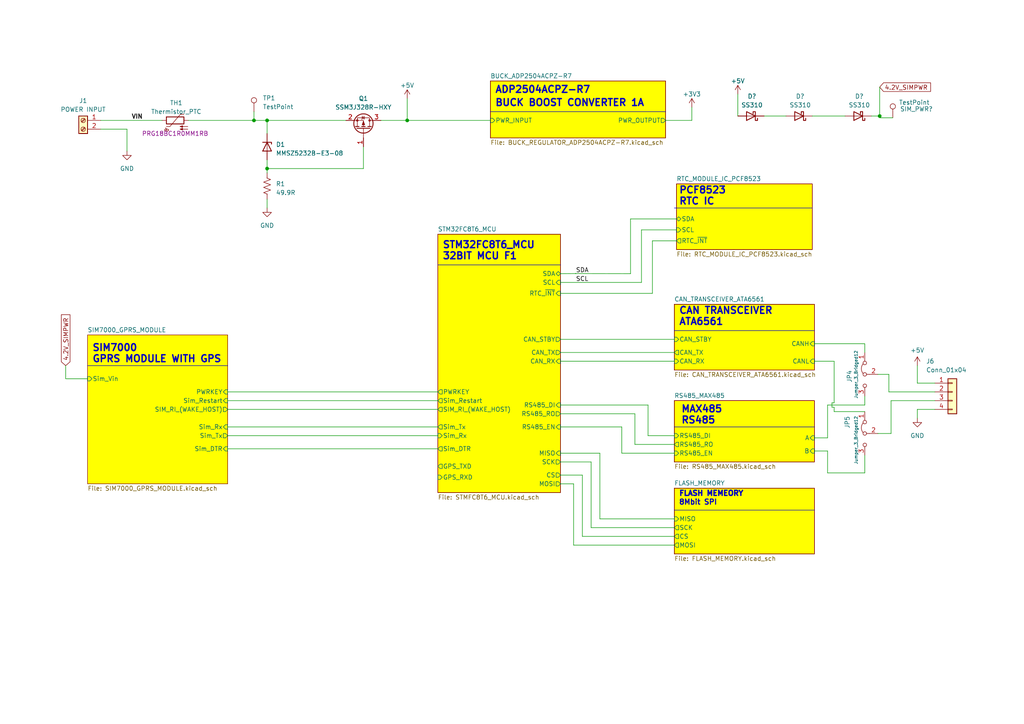
<source format=kicad_sch>
(kicad_sch (version 20230121) (generator eeschema)
  (paper "A4")
  (title_block (title "BIM BOARD") (date "2023-12-06") (rev "REV 2.0.0") (company "GEVITON") (comment 2 "Reviewed by: Timothy Kyalo") (comment 3 "Designed By: Robert Mutura") (comment 4 "BIM BOARD"))
  (lib_symbols
    (symbol "Connector:Screw_Terminal_01x02" (pin_names (offset 1.016) hide)
      (property "Reference" "J" (at 0 2.54 0))
      (property "Value" "Screw_Terminal_01x02" (at 0 -5.08 0))
      (symbol "Screw_Terminal_01x02_1_1"
        (rectangle (start -1.27 1.27) (end 1.27 -3.81) (stroke (width 0.254)) (fill (type background)))
        (circle (center 0 -2.54) (radius 0.635) (stroke (width 0.1524)))
        (polyline (pts (xy -0.5334 -2.2098) (xy 0.3302 -3.048)) (stroke (width 0.1524)))
        (polyline (pts (xy -0.5334 0.3302) (xy 0.3302 -0.508)) (stroke (width 0.1524)))
        (polyline (pts (xy -0.3556 -2.032) (xy 0.508 -2.8702)) (stroke (width 0.1524)))
        (polyline (pts (xy -0.3556 0.508) (xy 0.508 -0.3302)) (stroke (width 0.1524)))
        (circle (center 0 0) (radius 0.635) (stroke (width 0.1524)))
        (pin passive line (at -5.08 0 0) (length 3.81) (name "Pin_1") (number "1"))
        (pin passive line (at -5.08 -2.54 0) (length 3.81) (name "Pin_2") (number "2"))
      )
    )
    (symbol "Connector:TestPoint" (pin_numbers hide) (pin_names (offset 0.762) hide)
      (property "Reference" "TP" (at 0 6.858 0))
      (property "Value" "TestPoint" (at 0 5.08 0))
      (symbol "TestPoint_0_1"
        (circle (center 0 3.302) (radius 0.762))
      )
      (symbol "TestPoint_1_1"
        (pin passive line (at 0 0 90) (length 2.54) (name "1") (number "1"))
      )
    )
    (symbol "Connector_Generic:Conn_01x04" (pin_names (offset 1.016) hide)
      (property "Reference" "J" (at 0 5.08 0))
      (property "Value" "Conn_01x04" (at 0 -7.62 0))
      (symbol "Conn_01x04_1_1"
        (rectangle (start -1.27 -4.953) (end 0 -5.207) (stroke (width 0.1524)))
        (rectangle (start -1.27 -2.413) (end 0 -2.667) (stroke (width 0.1524)))
        (rectangle (start -1.27 0.127) (end 0 -0.127) (stroke (width 0.1524)))
        (rectangle (start -1.27 2.667) (end 0 2.413) (stroke (width 0.1524)))
        (rectangle (start -1.27 3.81) (end 1.27 -6.35) (stroke (width 0.254)) (fill (type background)))
        (pin passive line (at -5.08 2.54 0) (length 3.81) (name "Pin_1") (number "1"))
        (pin passive line (at -5.08 0 0) (length 3.81) (name "Pin_2") (number "2"))
        (pin passive line (at -5.08 -2.54 0) (length 3.81) (name "Pin_3") (number "3"))
        (pin passive line (at -5.08 -5.08 0) (length 3.81) (name "Pin_4") (number "4"))
      )
    )
    (symbol "Device:D_Schottky" (pin_numbers hide) (pin_names (offset 1.016) hide)
      (property "Reference" "D" (at 0 2.54 0))
      (property "Value" "D_Schottky" (at 0 -2.54 0))
      (symbol "D_Schottky_0_1"
        (polyline (pts (xy 1.27 0) (xy -1.27 0)))
        (polyline (pts (xy 1.27 1.27) (xy 1.27 -1.27) (xy -1.27 0) (xy 1.27 1.27)) (stroke (width 0.254)))
        (polyline (pts (xy -1.905 0.635) (xy -1.905 1.27) (xy -1.27 1.27) (xy -1.27 -1.27) (xy -0.635 -1.27) (xy -0.635 -0.635)) (stroke (width 0.254)))
      )
      (symbol "D_Schottky_1_1"
        (pin passive line (at -3.81 0 0) (length 2.54) (name "K") (number "1"))
        (pin passive line (at 3.81 0 180) (length 2.54) (name "A") (number "2"))
      )
    )
    (symbol "Device:Q_PMOS_GSD" (pin_names (offset 0) hide)
      (property "Reference" "Q" (at 5.08 1.27 0))
      (property "Value" "Q_PMOS_GSD" (at 5.08 -1.27 0))
      (symbol "Q_PMOS_GSD_0_1"
        (polyline (pts (xy 0.254 0) (xy -2.54 0)))
        (polyline (pts (xy 0.254 1.905) (xy 0.254 -1.905)) (stroke (width 0.254)))
        (polyline (pts (xy 0.762 -1.27) (xy 0.762 -2.286)) (stroke (width 0.254)))
        (polyline (pts (xy 0.762 0.508) (xy 0.762 -0.508)) (stroke (width 0.254)))
        (polyline (pts (xy 0.762 2.286) (xy 0.762 1.27)) (stroke (width 0.254)))
        (polyline (pts (xy 2.54 2.54) (xy 2.54 1.778)))
        (polyline (pts (xy 2.54 -2.54) (xy 2.54 0) (xy 0.762 0)))
        (polyline (pts (xy 0.762 1.778) (xy 3.302 1.778) (xy 3.302 -1.778) (xy 0.762 -1.778)))
        (polyline (pts (xy 2.286 0) (xy 1.27 0.381) (xy 1.27 -0.381) (xy 2.286 0)) (fill (type outline)))
        (polyline (pts (xy 2.794 -0.508) (xy 2.921 -0.381) (xy 3.683 -0.381) (xy 3.81 -0.254)))
        (polyline (pts (xy 3.302 -0.381) (xy 2.921 0.254) (xy 3.683 0.254) (xy 3.302 -0.381)))
        (circle (center 1.651 0) (radius 2.794) (stroke (width 0.254)))
        (circle (center 2.54 -1.778) (radius 0.254) (fill (type outline)))
        (circle (center 2.54 1.778) (radius 0.254) (fill (type outline)))
      )
      (symbol "Q_PMOS_GSD_1_1"
        (pin input line (at -5.08 0 0) (length 2.54) (name "G") (number "1"))
        (pin passive line (at 2.54 -5.08 90) (length 2.54) (name "S") (number "2"))
        (pin passive line (at 2.54 5.08 270) (length 2.54) (name "D") (number "3"))
      )
    )
    (symbol "Device:R_US" (pin_numbers hide) (pin_names (offset 0))
      (property "Reference" "R" (at 2.54 0 90))
      (property "Value" "R_US" (at -2.54 0 90))
      (symbol "R_US_0_1"
        (polyline (pts (xy 0 -2.286) (xy 0 -2.54)))
        (polyline (pts (xy 0 2.286) (xy 0 2.54)))
        (polyline (pts (xy 0 -0.762) (xy 1.016 -1.143) (xy 0 -1.524) (xy -1.016 -1.905) (xy 0 -2.286)))
        (polyline (pts (xy 0 0.762) (xy 1.016 0.381) (xy 0 0) (xy -1.016 -0.381) (xy 0 -0.762)))
        (polyline (pts (xy 0 2.286) (xy 1.016 1.905) (xy 0 1.524) (xy -1.016 1.143) (xy 0 0.762)))
      )
      (symbol "R_US_1_1"
        (pin passive line (at 0 3.81 270) (length 1.27) (name "~") (number "1"))
        (pin passive line (at 0 -3.81 90) (length 1.27) (name "~") (number "2"))
      )
    )
    (symbol "Device:Thermistor_PTC" (pin_numbers hide) (pin_names (offset 0))
      (property "Reference" "TH" (at -4.064 0 90))
      (property "Value" "Thermistor_PTC" (at 3.048 0 90))
      (symbol "Thermistor_PTC_0_1"
        (arc (start -3.048 2.159) (mid -3.0495 2.3143) (end -3.175 2.413))
        (arc (start -3.048 2.159) (mid -2.9736 1.9794) (end -2.794 1.905))
        (arc (start -3.048 2.794) (mid -2.9736 2.6144) (end -2.794 2.54))
        (arc (start -2.794 1.905) (mid -2.6144 1.9794) (end -2.54 2.159))
        (arc (start -2.794 2.54) (mid -2.4393 2.5587) (end -2.159 2.794))
        (arc (start -2.794 3.048) (mid -2.9736 2.9736) (end -3.048 2.794))
        (arc (start -2.54 2.794) (mid -2.6144 2.9736) (end -2.794 3.048))
        (rectangle (start -1.016 2.54) (end 1.016 -2.54) (stroke (width 0.254)))
        (polyline (pts (xy -2.54 2.159) (xy -2.54 2.794)))
        (polyline (pts (xy -1.778 2.54) (xy -1.778 1.524) (xy 1.778 -1.524) (xy 1.778 -2.54)))
        (polyline (pts (xy -2.54 -3.683) (xy -2.54 -1.397) (xy -2.794 -2.159) (xy -2.286 -2.159) (xy -2.54 -1.397) (xy -2.54 -1.651)) (fill (type outline)))
        (polyline (pts (xy -1.778 -3.683) (xy -1.778 -1.397) (xy -2.032 -2.159) (xy -1.524 -2.159) (xy -1.778 -1.397) (xy -1.778 -1.651)) (fill (type outline)))
      )
      (symbol "Thermistor_PTC_1_1"
        (pin passive line (at 0 3.81 270) (length 1.27) (name "~") (number "1"))
        (pin passive line (at 0 -3.81 90) (length 1.27) (name "~") (number "2"))
      )
    )
    (symbol "Diode:BZV55C10" (pin_numbers hide) (pin_names hide)
      (property "Reference" "D" (at 0 2.54 0))
      (property "Value" "BZV55C10" (at 0 -2.54 0))
      (symbol "BZV55C10_0_1"
        (polyline (pts (xy 1.27 0) (xy -1.27 0)))
        (polyline (pts (xy -1.27 -1.27) (xy -1.27 1.27) (xy -0.762 1.27)) (stroke (width 0.254)))
        (polyline (pts (xy 1.27 -1.27) (xy 1.27 1.27) (xy -1.27 0) (xy 1.27 -1.27)) (stroke (width 0.254)))
      )
      (symbol "BZV55C10_1_1"
        (pin passive line (at -3.81 0 0) (length 2.54) (name "K") (number "1"))
        (pin passive line (at 3.81 0 180) (length 2.54) (name "A") (number "2"))
      )
    )
    (symbol "Jumper:Jumper_3_Bridged12" (pin_names (offset 0) hide)
      (property "Reference" "JP" (at -2.54 -2.54 0))
      (property "Value" "Jumper_3_Bridged12" (at 0 2.794 0))
      (symbol "Jumper_3_Bridged12_0_0"
        (circle (center -3.302 0) (radius 0.508))
        (circle (center 0 0) (radius 0.508))
        (circle (center 3.302 0) (radius 0.508))
      )
      (symbol "Jumper_3_Bridged12_0_1"
        (arc (start -0.254 0.508) (mid -1.651 0.9912) (end -3.048 0.508))
        (polyline (pts (xy 0 -1.27) (xy 0 -0.508)))
      )
      (symbol "Jumper_3_Bridged12_1_1"
        (pin passive line (at -6.35 0 0) (length 2.54) (name "A") (number "1"))
        (pin passive line (at 0 -3.81 90) (length 2.54) (name "C") (number "2"))
        (pin passive line (at 6.35 0 180) (length 2.54) (name "B") (number "3"))
      )
    )
    (symbol "power:+3V3" (power) (pin_names (offset 0))
      (property "Value" "+3V3" (at 0 3.556 0))
      (symbol "+3V3_0_1"
        (polyline (pts (xy -0.762 1.27) (xy 0 2.54)))
        (polyline (pts (xy 0 0) (xy 0 2.54)))
        (polyline (pts (xy 0 2.54) (xy 0.762 1.27)))
      )
      (symbol "+3V3_1_1"
        (pin power_in line (at 0 0 90) (length 0) hide (name "+3V3") (number "1"))
      )
    )
    (symbol "power:+5V" (power) (pin_names (offset 0))
      (property "Value" "+5V" (at 0 3.556 0))
      (symbol "+5V_0_1"
        (polyline (pts (xy -0.762 1.27) (xy 0 2.54)))
        (polyline (pts (xy 0 0) (xy 0 2.54)))
        (polyline (pts (xy 0 2.54) (xy 0.762 1.27)))
      )
      (symbol "+5V_1_1"
        (pin power_in line (at 0 0 90) (length 0) hide (name "+5V") (number "1"))
      )
    )
    (symbol "power:GND" (power) (pin_names (offset 0))
      (property "Value" "GND" (at 0 -3.81 0))
      (symbol "GND_0_1"
        (polyline (pts (xy 0 0) (xy 0 -1.27) (xy 1.27 -1.27) (xy 0 -2.54) (xy -1.27 -1.27) (xy 0 -1.27)))
      )
      (symbol "GND_1_1"
        (pin power_in line (at 0 0 270) (length 0) hide (name "GND") (number "1"))
      )
    )
  )
  (junction (at 73.66 34.925))
  (junction (at 118.11 34.925))
  (junction (at 77.47 34.925))
  (junction (at 255.143 33.655))
  (junction (at 77.47 48.895))
  (wire (pts (xy 240.03 127) (xy 236.22 127)))
  (wire (pts (xy 167.005 79.3412) (xy 166.9257 79.3412)))
  (wire (pts (xy 266.065 118.745) (xy 271.145 118.745)))
  (wire (pts (xy 162.56 104.775) (xy 195.58 104.775)))
  (wire (pts (xy 162.56 137.795) (xy 168.91 137.795)))
  (wire (pts (xy 66.04 113.665) (xy 127 113.665)))
  (wire (pts (xy 19.05 106.045) (xy 19.05 109.855)))
  (wire (pts (xy 77.47 57.785) (xy 77.47 60.325)))
  (wire (pts (xy 66.04 116.205) (xy 127 116.205)))
  (wire (pts (xy 250.825 114.935) (xy 250.825 117.475)))
  (wire (pts (xy 54.61 34.925) (xy 73.66 34.925)))
  (wire (pts (xy 167.005 79.375) (xy 167.005 79.3412)))
  (wire (pts (xy 255.143 34.163) (xy 255.143 33.655)))
  (wire (pts (xy 182.88 79.375) (xy 182.88 63.5)))
  (wire (pts (xy 266.065 121.285) (xy 266.065 118.745)))
  (wire (pts (xy 162.56 102.235) (xy 195.58 102.235)))
  (wire (pts (xy 241.935 119.38) (xy 241.935 118.11)))
  (wire (pts (xy 171.45 133.985) (xy 171.45 153.035)))
  (wire (pts (xy 258.445 116.205) (xy 271.145 116.205)))
  (wire (pts (xy 186.055 66.675) (xy 186.055 81.915)))
  (wire (pts (xy 29.21 34.925) (xy 46.99 34.925)))
  (wire (pts (xy 187.96 117.475) (xy 187.96 126.365)))
  (wire (pts (xy 241.935 104.775) (xy 241.935 116.84)))
  (wire (pts (xy 173.99 150.495) (xy 195.58 150.495)))
  (wire (pts (xy 180.34 123.825) (xy 180.34 131.445)))
  (wire (pts (xy 162.56 140.335) (xy 166.37 140.335)))
  (wire (pts (xy 36.83 43.815) (xy 36.83 37.465)))
  (wire (pts (xy 184.15 128.905) (xy 184.15 120.015)))
  (wire (pts (xy 118.11 28.575) (xy 118.11 34.925)))
  (wire (pts (xy 266.065 111.125) (xy 271.145 111.125)))
  (wire (pts (xy 166.37 140.335) (xy 166.37 158.115)))
  (wire (pts (xy 110.49 34.925) (xy 118.11 34.925)))
  (wire (pts (xy 118.11 34.925) (xy 142.24 34.925)))
  (wire (pts (xy 187.96 126.365) (xy 195.58 126.365)))
  (wire (pts (xy 77.47 48.895) (xy 77.47 50.165)))
  (wire (pts (xy 168.91 137.795) (xy 168.91 155.575)))
  (wire (pts (xy 257.81 108.585) (xy 254.635 108.585)))
  (wire (pts (xy 250.825 132.08) (xy 250.825 137.16)))
  (wire (pts (xy 66.04 118.745) (xy 127 118.745)))
  (wire (pts (xy 241.3 116.84) (xy 241.935 116.84)))
  (wire (pts (xy 19.05 109.855) (xy 25.4 109.855)))
  (polyline (pts (xy 195.58 60.325) (xy 235.585 60.325)))
  (wire (pts (xy 189.23 69.85) (xy 196.215 69.85)))
  (wire (pts (xy 257.81 113.665) (xy 257.81 108.585)))
  (wire (pts (xy 195.58 128.905) (xy 184.15 128.905)))
  (wire (pts (xy 66.04 126.365) (xy 127 126.365)))
  (wire (pts (xy 196.215 66.675) (xy 186.055 66.675)))
  (wire (pts (xy 250.825 119.38) (xy 241.935 119.38)))
  (wire (pts (xy 236.22 104.775) (xy 241.935 104.775)))
  (wire (pts (xy 240.03 137.16) (xy 240.03 130.81)))
  (polyline (pts (xy 195.58 95.885) (xy 236.22 95.885)))
  (wire (pts (xy 266.065 106.045) (xy 266.065 111.125)))
  (wire (pts (xy 77.47 34.925) (xy 77.47 38.735)))
  (wire (pts (xy 213.995 27.305) (xy 213.995 33.655)))
  (wire (pts (xy 77.47 34.925) (xy 100.33 34.925)))
  (wire (pts (xy 200.66 31.115) (xy 200.66 34.925)))
  (wire (pts (xy 77.47 48.895) (xy 105.41 48.895)))
  (wire (pts (xy 73.66 34.925) (xy 77.47 34.925)))
  (wire (pts (xy 240.03 130.81) (xy 236.22 130.81)))
  (wire (pts (xy 162.56 79.375) (xy 166.9257 79.3412)))
  (wire (pts (xy 245.11 33.655) (xy 235.585 33.655)))
  (wire (pts (xy 162.56 131.445) (xy 173.99 131.445)))
  (wire (pts (xy 193.04 34.925) (xy 200.66 34.925)))
  (wire (pts (xy 250.825 137.16) (xy 240.03 137.16)))
  (wire (pts (xy 173.99 131.445) (xy 173.99 150.495)))
  (wire (pts (xy 241.3 118.11) (xy 241.3 116.84)))
  (wire (pts (xy 162.56 123.825) (xy 180.34 123.825)))
  (wire (pts (xy 105.41 42.545) (xy 105.41 48.895)))
  (wire (pts (xy 250.825 117.475) (xy 240.03 117.475)))
  (wire (pts (xy 240.03 117.475) (xy 240.03 127)))
  (wire (pts (xy 166.37 158.115) (xy 195.58 158.115)))
  (polyline (pts (xy 25.4 106.045) (xy 66.04 106.045)))
  (wire (pts (xy 166.9257 79.3412) (xy 182.88 79.375)))
  (wire (pts (xy 66.04 130.175) (xy 127 130.175)))
  (wire (pts (xy 252.73 33.655) (xy 255.143 33.655)))
  (wire (pts (xy 250.825 102.235) (xy 250.825 99.695)))
  (wire (pts (xy 258.953 34.163) (xy 255.143 34.163)))
  (wire (pts (xy 66.04 123.825) (xy 127 123.825)))
  (polyline (pts (xy 142.24 32.385) (xy 193.04 32.385)))
  (wire (pts (xy 171.45 153.035) (xy 195.58 153.035)))
  (wire (pts (xy 184.15 120.015) (xy 162.56 120.015)))
  (wire (pts (xy 73.66 32.385) (xy 73.66 34.925)))
  (wire (pts (xy 162.56 81.915) (xy 186.055 81.915)))
  (wire (pts (xy 162.56 117.475) (xy 187.96 117.475)))
  (wire (pts (xy 189.23 85.09) (xy 189.23 69.85)))
  (wire (pts (xy 227.965 33.655) (xy 221.615 33.655)))
  (wire (pts (xy 168.91 155.575) (xy 195.58 155.575)))
  (wire (pts (xy 162.56 98.425) (xy 195.58 98.425)))
  (wire (pts (xy 255.143 25.273) (xy 255.143 33.655)))
  (polyline (pts (xy 127 76.835) (xy 162.56 76.835)))
  (polyline (pts (xy 195.58 123.825) (xy 236.22 123.825)))
  (wire (pts (xy 77.47 46.355) (xy 77.47 48.895)))
  (wire (pts (xy 162.56 85.09) (xy 189.23 85.09)))
  (wire (pts (xy 180.34 131.445) (xy 195.58 131.445)))
  (polyline (pts (xy 195.58 147.955) (xy 236.22 147.955)))
  (wire (pts (xy 241.935 118.11) (xy 241.3 118.11)))
  (wire (pts (xy 258.445 125.73) (xy 258.445 116.205)))
  (wire (pts (xy 36.83 37.465) (xy 29.21 37.465)))
  (wire (pts (xy 162.56 133.985) (xy 171.45 133.985)))
  (wire (pts (xy 254.635 125.73) (xy 258.445 125.73)))
  (wire (pts (xy 182.88 63.5) (xy 196.215 63.5)))
  (wire (pts (xy 271.145 113.665) (xy 257.81 113.665)))
  (wire (pts (xy 236.22 99.695) (xy 250.825 99.695)))
  (text "STM32FC8T6_MCU\n32BIT MCU F1" (at 128.27 75.565 0) (effects (font (size 2 2) (thickness 0.4) bold) (justify left bottom)))
  (text "FLASH MEMEORY\n" (at 196.85 144.145 0) (effects (font (size 1.5 1.5) (thickness 0.4) bold) (justify left bottom)))
  (text "PCF8523\nRTC IC\n" (at 196.85 59.69 0) (effects (font (size 2 2) (thickness 0.4) bold) (justify left bottom)))
  (text "8Mbit SPI" (at 196.85 146.685 0) (effects (font (size 1.5 1.5) (thickness 0.3) bold) (justify left bottom)))
  (text "ADP2504ACPZ-R7\n" (at 143.51 27.305 0) (effects (font (size 2 2) (thickness 0.4) bold) (justify left bottom)))
  (text "SIM7000\nGPRS MODULE WITH GPS" (at 26.67 105.41 0) (effects (font (size 2 2) (thickness 0.4) bold) (justify left bottom)))
  (text "MAX485\nRS485" (at 197.485 123.19 0) (effects (font (size 2 2) (thickness 0.4) bold) (justify left bottom)))
  (text "BUCK BOOST CONVERTER 1A" (at 143.51 31.115 0) (effects (font (size 2 2) bold) (justify left bottom)))
  (text "CAN TRANSCEIVER\nATA6561" (at 196.85 94.615 0) (effects (font (size 2 2) (thickness 0.4) bold) (justify left bottom)))
  (label "SDA" (at 167.005 79.375 0))
  (label "VIN" (at 38.1 34.925 0) (effects (font bold)))
  (label "SCL" (at 167.005 81.915 0))
  (global_label "4.2V_SIMPWR" (shape input) (at 19.05 106.045 90) (property "Intersheetrefs" "${INTERSHEET_REFS}" (effects hide)))
  (global_label "4.2V_SIMPWR" (shape input) (at 255.143 25.273 0) (property "Intersheetrefs" "${INTERSHEET_REFS}" (effects hide)))
  (symbol (lib_id "power:GND") (at 77.47 60.325 0) (unit 1)
    (property "Reference" "#PWR04" (effects hide))
    (property "Value" "GND" (at 77.47 65.405 0))
  )
  (symbol (lib_id "Connector:TestPoint") (at 73.66 32.385 0) (unit 1)
    (property "Reference" "TP1" (at 76.2 28.448 0) (effects (justify left)))
    (property "Value" "TestPoint" (at 76.2 30.988 0) (effects (justify left)))
    (property "Footprint" "brilliant-kicad-library:TestPoint_Pad_D0.9mm" (effects hide))
  )
  (symbol (lib_id "Device:D_Schottky") (at 231.775 33.655 180) (unit 1)
    (property "Reference" "D?" (at 232.0925 27.94 0))
    (property "Value" "SS310" (at 232.0925 30.48 0))
    (property "Footprint" "Diode_SMD:D_SMA" (effects hide))
  )
  (symbol (lib_id "Device:Thermistor_PTC") (at 50.8 34.925 90) (unit 1)
    (property "Reference" "TH1" (at 51.1175 29.845 90))
    (property "Value" "Thermistor_PTC" (at 51.1175 32.385 90))
    (property "Footprint" "Fuse:Fuse_0603_1608Metric_Pad1.05x0.95mm_HandSolder" (effects hide))
    (property "MPN" "PRG18BC1R0MM1RB" (at 50.8 38.735 90))
  )
  (symbol (lib_id "Jumper:Jumper_3_Bridged12") (at 250.825 125.73 90) (mirror x) (unit 1)
    (property "Reference" "JP5" (at 245.745 120.65 0) (effects (justify left)))
    (property "Value" "Jumper_3_Bridged12" (at 248.285 120.65 0) (effects (font (size 0.9 0.9)) (justify left)))
    (property "Footprint" "Connector_PinHeader_2.54mm:PinHeader_1x03_P2.54mm_Vertical" (effects hide))
  )
  (symbol (lib_id "power:+5V") (at 213.995 27.305 0) (unit 1)
    (property "Reference" "#PWR082" (effects hide))
    (property "Value" "+5V" (at 213.995 23.495 0))
  )
  (symbol (lib_id "Device:R_US") (at 77.47 53.975 0) (unit 1)
    (property "Reference" "R1" (at 80.01 53.34 0) (effects (justify left)))
    (property "Value" "49.9R" (at 80.01 55.88 0) (effects (justify left)))
    (property "Footprint" "Resistor_SMD:R_0402_1005Metric" (effects hide))
  )
  (symbol (lib_id "power:+5V") (at 118.11 28.575 0) (unit 1)
    (property "Reference" "#PWR01" (effects hide))
    (property "Value" "+5V" (at 118.11 24.765 0))
  )
  (symbol (lib_id "Device:Q_PMOS_GSD") (at 105.41 37.465 270) (mirror x) (unit 1)
    (property "Reference" "Q1" (at 105.41 28.575 90))
    (property "Value" "SSM3J328R-HXY" (at 105.41 31.115 90))
    (property "Footprint" "Package_TO_SOT_SMD:SOT-23" (effects hide))
  )
  (symbol (lib_id "Connector:TestPoint") (at 258.953 34.163 0) (mirror y) (unit 1)
    (property "Reference" "SIM_PWR?" (at 265.811 31.623 0))
    (property "Value" "TestPoint" (at 265.176 29.718 0))
    (property "Footprint" "brilliant-kicad-library:TestPoint_Pad_D0.9mm" (effects hide))
  )
  (symbol (lib_id "Jumper:Jumper_3_Bridged12") (at 250.825 108.585 90) (mirror x) (unit 1)
    (property "Reference" "JP4" (at 246.38 107.315 0) (effects (justify left)))
    (property "Value" "Jumper_3_Bridged12" (at 248.285 101.6 0) (effects (font (size 0.9 0.9)) (justify left)))
    (property "Footprint" "Connector_PinHeader_2.54mm:PinHeader_1x03_P2.54mm_Vertical" (effects hide))
  )
  (symbol (lib_id "Device:D_Schottky") (at 217.805 33.655 180) (unit 1)
    (property "Reference" "D?" (at 218.1225 27.94 0))
    (property "Value" "SS310" (at 218.1225 30.48 0))
    (property "Footprint" "Diode_SMD:D_SMA" (effects hide))
  )
  (symbol (lib_id "Connector_Generic:Conn_01x04") (at 276.225 113.665 0) (unit 1)
    (property "Reference" "J6" (at 268.605 104.775 0) (effects (justify left)))
    (property "Value" "Conn_01x04" (at 268.605 107.315 0) (effects (justify left)))
    (property "Footprint" "Connector_Phoenix_MC:PhoenixContact_MC_1,5_4-G-3.5_1x04_P3.50mm_Horizontal" (effects hide))
  )
  (symbol (lib_id "power:GND") (at 266.065 121.285 0) (unit 1)
    (property "Reference" "#PWR057" (effects hide))
    (property "Value" "GND" (at 266.065 126.365 0))
  )
  (symbol (lib_id "power:GND") (at 36.83 43.815 0) (unit 1)
    (property "Reference" "#PWR03" (effects hide))
    (property "Value" "GND" (at 36.83 48.895 0))
  )
  (symbol (lib_id "Diode:BZV55C10") (at 77.47 42.545 270) (unit 1)
    (property "Reference" "D1" (at 80.01 41.91 90) (effects (justify left)))
    (property "Value" "MMSZ5232B-E3-08" (at 80.01 44.45 90) (effects (justify left)))
    (property "Footprint" "Diode_SMD:D_MiniMELF" (effects hide))
    (property "Datasheet" "https://assets.nexperia.com/documents/data-sheet/BZV55_SER.pdf" (effects hide))
  )
  (symbol (lib_id "power:+5V") (at 266.065 106.045 0) (unit 1)
    (property "Reference" "#PWR056" (effects hide))
    (property "Value" "+5V" (at 266.065 101.6 0))
  )
  (symbol (lib_id "Device:D_Schottky") (at 248.92 33.655 180) (unit 1)
    (property "Reference" "D?" (at 249.2375 27.94 0))
    (property "Value" "SS310" (at 249.2375 30.48 0))
    (property "Footprint" "Diode_SMD:D_SMA" (effects hide))
  )
  (symbol (lib_id "power:+3V3") (at 200.66 31.115 0) (unit 1)
    (property "Reference" "#PWR02" (effects hide))
    (property "Value" "+3V3" (at 200.66 27.305 0))
  )
  (symbol (lib_id "Connector:Screw_Terminal_01x02") (at 24.13 34.925 0) (mirror y) (unit 1)
    (property "Reference" "J1" (at 24.13 29.21 0))
    (property "Value" "POWER INPUT" (at 24.13 31.75 0))
    (property "Footprint" "TerminalBlock_Phoenix:TerminalBlock_Phoenix_PT-1,5-2-3.5-H_1x02_P3.50mm_Horizontal" (effects hide))
  )
  (sheet (at 195.58 116.205) (size 40.64 17.78) (stroke (width 0.2)) (fill (color 255 255 0 1.0000))
    (property "Sheetname" "RS485_MAX485" (at 195.58 115.4934 0) (effects (justify left bottom)))
    (property "Sheetfile" "RS485_MAX485.kicad_sch" (at 195.58 134.5696 0) (effects (justify left top)))
    (pin "RS485_DI" input (at 195.58 126.365 180))
    (pin "RS485_RO" output (at 195.58 128.905 180))
    (pin "RS485_EN" input (at 195.58 131.445 180))
    (pin "A" input (at 236.22 127 0))
    (pin "B" input (at 236.22 130.81 0))
  )
  (sheet (at 25.4 97.155) (size 40.64 43.18) (stroke (width 0.1524)) (fill (color 255 255 0 1.0000))
    (property "Sheetname" "SIM7000_GPRS_MODULE" (at 25.4 96.4434 0) (effects (justify left bottom)))
    (property "Sheetfile" "SIM7000_GPRS_MODULE.kicad_sch" (at 25.4 140.9196 0) (effects (justify left top)))
    (pin "Sim_DTR" input (at 66.04 130.175 0))
    (pin "PWRKEY" input (at 66.04 113.665 0))
    (pin "Sim_Tx" output (at 66.04 126.365 0))
    (pin "Sim_Rx" input (at 66.04 123.825 0))
    (pin "Sim_Restart" input (at 66.04 116.205 0))
    (pin "SIM_RI_(WAKE_HOST)" output (at 66.04 118.745 0))
    (pin "Sim_Vin" input (at 25.4 109.855 180))
  )
  (sheet (at 195.58 141.605) (size 40.64 19.05) (stroke (width 0.2)) (fill (color 255 255 0 1.0000))
    (property "Sheetname" "FLASH_MEMORY" (at 195.58 140.8696 0) (effects (justify left bottom)))
    (property "Sheetfile" "FLASH_MEMORY.kicad_sch" (at 195.58 161.2634 0) (effects (justify left top)))
    (pin "MISO" input (at 195.58 150.495 180))
    (pin "SCK" output (at 195.58 153.035 180))
    (pin "CS" output (at 195.58 155.575 180))
    (pin "MOSI" output (at 195.58 158.115 180))
  )
  (sheet (at 196.215 53.34) (size 39.37 19.05) (stroke (width 0.2)) (fill (color 255 255 0 1.0000))
    (property "Sheetname" "RTC_MODULE_IC_PCF8523" (at 196.215 52.6046 0) (effects (justify left bottom)))
    (property "Sheetfile" "RTC_MODULE_IC_PCF8523.kicad_sch" (at 196.215 72.9984 0) (effects (justify left top)))
    (pin "SDA" bidirectional (at 196.215 63.5 180))
    (pin "SCL" input (at 196.215 66.675 180))
    (pin "RTC_~{INT}" output (at 196.215 69.85 180))
  )
  (sheet (at 195.58 88.265) (size 40.64 19.05) (stroke (width 0.2)) (fill (color 255 255 0 1.0000))
    (property "Sheetname" "CAN_TRANSCEIVER_ATA6561" (at 195.58 87.5296 0) (effects (justify left bottom)))
    (property "Sheetfile" "CAN_TRANSCEIVER_ATA6561.kicad_sch" (at 195.58 107.9234 0) (effects (justify left top)))
    (pin "CAN_STBY" input (at 195.58 98.425 180))
    (pin "CAN_TX" output (at 195.58 102.235 180))
    (pin "CAN_RX" input (at 195.58 104.775 180))
    (pin "CANH" input (at 236.22 99.695 0))
    (pin "CANL" input (at 236.22 104.775 0))
  )
  (sheet (at 142.24 23.495) (size 50.8 16.51) (stroke (width 0.2)) (fill (color 255 255 0 1.0000))
    (property "Sheetname" "BUCK_ADP2504ACPZ-R7" (at 142.24 22.7834 0) (effects (justify left bottom)))
    (property "Sheetfile" "BUCK_REGULATOR_ADP2504ACPZ-R7.kicad_sch" (at 142.24 40.5896 0) (effects (justify left top)))
    (pin "PWR_INPUT" input (at 142.24 34.925 180))
    (pin "PWR_OUTPUT" output (at 193.04 34.925 0))
  )
  (sheet (at 127 67.945) (size 35.56 74.93) (stroke (width 0.2)) (fill (color 255 255 0 1.0000))
    (property "Sheetname" "STM32FC8T6_MCU" (at 127 67.2096 0) (effects (justify left bottom)))
    (property "Sheetfile" "STMFC8T6_MCU.kicad_sch" (at 127 143.4834 0) (effects (justify left top)))
    (pin "SDA" bidirectional (at 162.56 79.375 0))
    (pin "SCL" input (at 162.56 81.915 0))
    (pin "RTC_~{INT}" input (at 162.56 85.09 0))
    (pin "PWRKEY" output (at 127 113.665 180))
    (pin "Sim_Restart" output (at 127 116.205 180))
    (pin "CAN_RX" input (at 162.56 104.775 0))
    (pin "CAN_TX" output (at 162.56 102.235 0))
    (pin "Sim_Tx" output (at 127 123.825 180))
    (pin "Sim_Rx" input (at 127 126.365 180))
    (pin "SIM_RI_(WAKE_HOST)" output (at 127 118.745 180))
    (pin "SCK" output (at 162.56 133.985 0))
    (pin "CS" output (at 162.56 137.795 0))
    (pin "MOSI" output (at 162.56 140.335 0))
    (pin "MISO" input (at 162.56 131.445 0))
    (pin "CAN_STBY" output (at 162.56 98.425 0))
    (pin "RS485_EN" input (at 162.56 123.825 0))
    (pin "Sim_DTR" output (at 127 130.175 180))
    (pin "RS485_DI" input (at 162.56 117.475 0))
    (pin "RS485_RO" output (at 162.56 120.015 0))
    (pin "GPS_TXD" output (at 127 135.255 180))
    (pin "GPS_RXD" input (at 127 138.43 180))
  )
)
</source>
